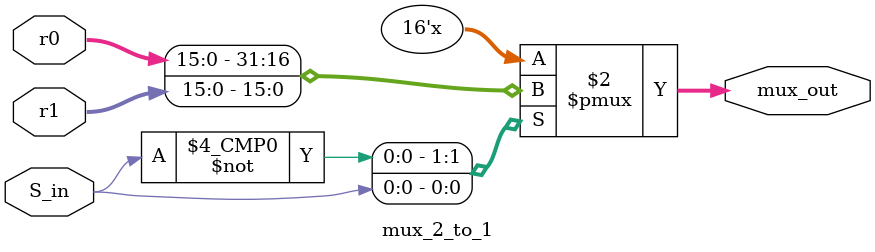
<source format=v>
/*
 * Simple 2 to 1 multiplexer for Group 9.
 *
 */
module mux_2_to_1(r0, r1, S_in, mux_out);

input [15:0] r0, r1; 

input S_in; // Select in

output reg [15:0] mux_out; 

always @*
	begin
		case (S_in) 
			1'b0: mux_out = r0; 
			1'b1: mux_out = r1; 			
		endcase
	end
endmodule 
</source>
